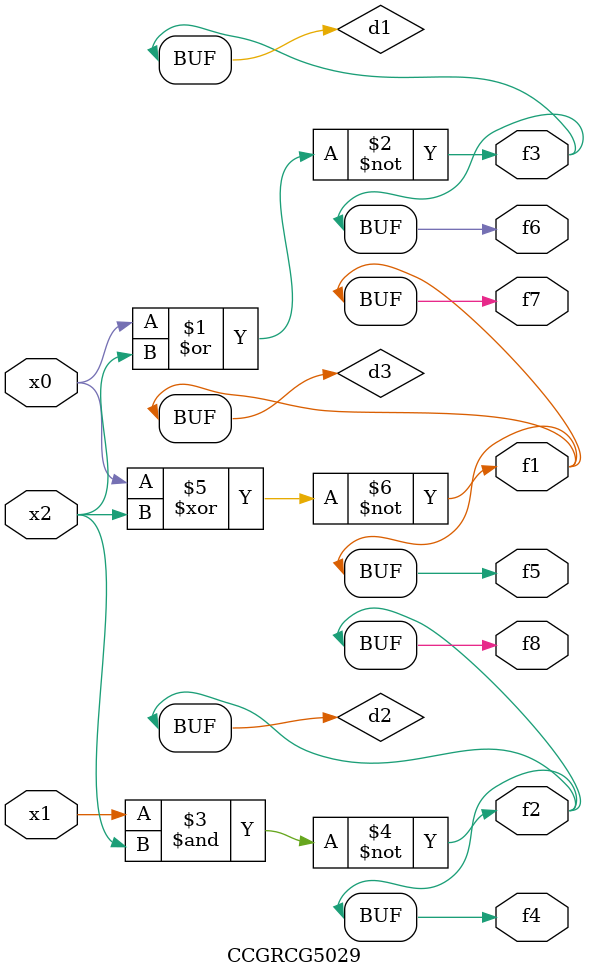
<source format=v>
module CCGRCG5029(
	input x0, x1, x2,
	output f1, f2, f3, f4, f5, f6, f7, f8
);

	wire d1, d2, d3;

	nor (d1, x0, x2);
	nand (d2, x1, x2);
	xnor (d3, x0, x2);
	assign f1 = d3;
	assign f2 = d2;
	assign f3 = d1;
	assign f4 = d2;
	assign f5 = d3;
	assign f6 = d1;
	assign f7 = d3;
	assign f8 = d2;
endmodule

</source>
